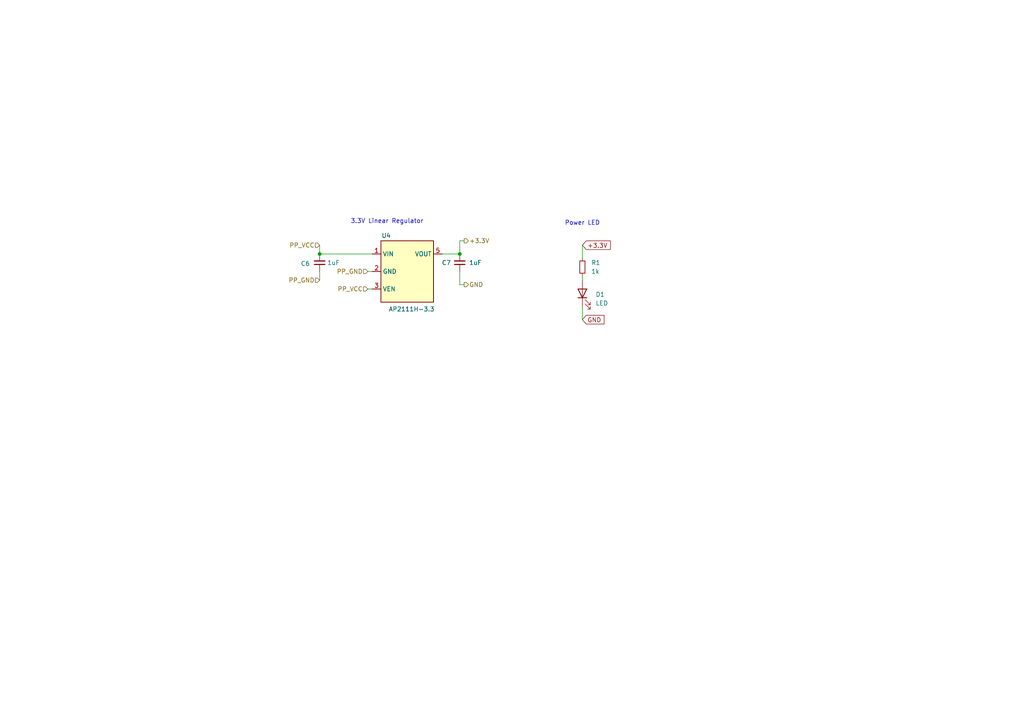
<source format=kicad_sch>
(kicad_sch (version 20231120) (generator "eeschema") (generator_version "8.0")
  (paper "A4")
  (title_block (title "Kitchen_Timer - 3.3V Regulator") (date "2025-01-26") (rev "v01") (comment 2 "creativecommons.org/licences/4.0/") (comment 3 "Licence: CC BY 4.0") (comment 4 "Author: Nicolas Perozzi"))
  (lib_symbols
    (symbol "Device:C_Small" (pin_numbers hide) (pin_names (offset 0.254) hide)
      (property "Reference" "C" (at 0.254 1.778 0))
      (property "Value" "C_Small" (at 0.254 -2.032 0))
      (symbol "C_Small_0_1"
        (polyline (pts (xy -1.524 -0.508) (xy 1.524 -0.508)) (stroke (width 0.3302)))
        (polyline (pts (xy -1.524 0.508) (xy 1.524 0.508)) (stroke (width 0.3048)))
      )
      (symbol "C_Small_1_1"
        (pin passive line (at 0 2.54 270) (length 2.032) (name "~") (number "1"))
        (pin passive line (at 0 -2.54 90) (length 2.032) (name "~") (number "2"))
      )
    )
    (symbol "Device:LED" (pin_numbers hide) (pin_names (offset 1.016) hide)
      (property "Reference" "D" (at 0 2.54 0))
      (property "Value" "LED" (at 0 -2.54 0))
      (symbol "LED_0_1"
        (polyline (pts (xy -1.27 -1.27) (xy -1.27 1.27)) (stroke (width 0.254)))
        (polyline (pts (xy -1.27 0) (xy 1.27 0)))
        (polyline (pts (xy 1.27 -1.27) (xy 1.27 1.27) (xy -1.27 0) (xy 1.27 -1.27)) (stroke (width 0.254)))
        (polyline (pts (xy -3.048 -0.762) (xy -4.572 -2.286) (xy -3.81 -2.286) (xy -4.572 -2.286) (xy -4.572 -1.524)))
        (polyline (pts (xy -1.778 -0.762) (xy -3.302 -2.286) (xy -2.54 -2.286) (xy -3.302 -2.286) (xy -3.302 -1.524)))
      )
      (symbol "LED_1_1"
        (pin passive line (at -3.81 0 0) (length 2.54) (name "K") (number "1"))
        (pin passive line (at 3.81 0 180) (length 2.54) (name "A") (number "2"))
      )
    )
    (symbol "Device:R_Small" (pin_numbers hide) (pin_names (offset 0.254) hide)
      (property "Reference" "R" (at 0.762 0.508 0))
      (property "Value" "R_Small" (at 0.762 -1.016 0))
      (symbol "R_Small_0_1"
        (rectangle (start -0.762 1.778) (end 0.762 -1.778) (stroke (width 0.2032)))
      )
      (symbol "R_Small_1_1"
        (pin passive line (at 0 2.54 270) (length 0.762) (name "~") (number "1"))
        (pin passive line (at 0 -2.54 90) (length 0.762) (name "~") (number "2"))
      )
    )
    (symbol "kitchen_timer-symbols_lib:AP2111H-3.3TRG1"
      (property "Reference" "U4" (at -6.096 10.414 0))
      (property "Value" "AP2111H-3.3" (at 1.27 -10.922 0))
      (symbol "AP2111H-3.3TRG1_0_1"
        (rectangle (start -7.62 8.89) (end 7.62 -8.89) (stroke (width 0.254)) (fill (type background)))
      )
      (symbol "AP2111H-3.3TRG1_1_1"
        (pin power_in line (at -10.16 5.08 0) (length 2.54) (name "VIN") (number "1"))
        (pin power_in line (at -10.16 0 0) (length 2.54) (name "GND") (number "2"))
        (pin input line (at -10.16 -5.08 0) (length 2.54) (name "VEN") (number "3"))
        (pin power_out line (at 10.16 5.08 180) (length 2.54) (name "VOUT") (number "5"))
      )
    )
  )
  (junction (at 92.71 73.66))
  (junction (at 133.35 73.66))
  (wire (pts (xy 106.68 78.74) (xy 107.95 78.74)))
  (wire (pts (xy 168.91 88.9) (xy 168.91 92.71)))
  (wire (pts (xy 92.71 78.74) (xy 92.71 81.28)))
  (wire (pts (xy 168.91 71.12) (xy 168.91 74.93)))
  (wire (pts (xy 168.91 80.01) (xy 168.91 81.28)))
  (wire (pts (xy 133.35 82.55) (xy 133.35 78.74)))
  (wire (pts (xy 92.71 71.12) (xy 92.71 73.66)))
  (wire (pts (xy 134.62 82.55) (xy 133.35 82.55)))
  (wire (pts (xy 128.27 73.66) (xy 133.35 73.66)))
  (wire (pts (xy 106.68 83.82) (xy 107.95 83.82)))
  (wire (pts (xy 134.62 69.85) (xy 133.35 69.85)))
  (wire (pts (xy 107.95 73.66) (xy 92.71 73.66)))
  (wire (pts (xy 133.35 69.85) (xy 133.35 73.66)))
  (text "Power LED" (at 168.91 64.77 0) (effects (font (size 1.27 1.27))))
  (text "3.3V Linear Regulator" (at 112.268 64.262 0) (effects (font (size 1.27 1.27))))
  (global_label "GND" (shape input) (at 168.91 92.71 0) (property "Intersheetrefs" "${INTERSHEET_REFS}" (effects (hide yes))))
  (global_label "+3.3V" (shape input) (at 168.91 71.12 0) (property "Intersheetrefs" "${INTERSHEET_REFS}" (effects (hide yes))))
  (hierarchical_label "PP_GND" (shape input) (at 106.68 78.74 180))
  (hierarchical_label "GND" (shape output) (at 134.62 82.55 0))
  (hierarchical_label "PP_VCC" (shape input) (at 92.71 71.12 180))
  (hierarchical_label "+3.3V" (shape output) (at 134.62 69.85 0))
  (hierarchical_label "PP_VCC" (shape input) (at 106.68 83.82 180))
  (hierarchical_label "PP_GND" (shape input) (at 92.71 81.28 180))
  (symbol (lib_id "Device:R_Small") (at 168.91 77.47 0) (unit 1)
    (property "Reference" "R1" (at 171.45 76.1999 0) (effects (justify left)))
    (property "Value" "1k" (at 171.45 78.7399 0) (effects (justify left)))
    (property "Description" "Resistor, small symbol" (effects (hide yes)))
  )
  (symbol (lib_id "Device:C_Small") (at 92.71 76.2 180) (unit 1)
    (property "Reference" "C6" (at 89.916 76.454 0) (effects (justify left)))
    (property "Value" "1uF" (at 98.552 76.2 0) (effects (justify left)))
    (property "Description" "Unpolarized capacitor, small symbol" (effects (hide yes)))
  )
  (symbol (lib_id "Device:LED") (at 168.91 85.09 90) (unit 1)
    (property "Reference" "D1" (at 172.72 85.4074 90) (effects (justify right)))
    (property "Value" "LED" (at 172.72 87.9474 90) (effects (justify right)))
    (property "Description" "Light emitting diode" (effects (hide yes)))
  )
  (symbol (lib_id "Device:C_Small") (at 133.35 76.2 180) (unit 1)
    (property "Reference" "C7" (at 130.81 76.2 0) (effects (justify left)))
    (property "Value" "1uF" (at 139.7 76.2 0) (effects (justify left)))
    (property "Description" "Unpolarized capacitor, small symbol" (effects (hide yes)))
  )
  (symbol (lib_id "kitchen_timer-symbols_lib:AP2111H-3.3TRG1") (at 118.11 78.74 0) (unit 1)
    (property "Reference" "U4" (at 112.014 68.326 0))
    (property "Value" "AP2111H-3.3" (at 119.38 89.662 0))
    (property "Footprint" "Package_TO_SOT_SMD:SOT-223" (effects (hide yes)))
    (property "Datasheet" "https://jlcpcb.com/api/file/downloadByFileSystemAccessId/8560080384345341952" (effects (hide yes)))
    (property "Description" "65dB@(100Hz,1kHz) 600mA Fixed 3.3V Positive electrode 6V SOT-223 Voltage Regulators - Linear, Low Drop Out (LDO) Regulators ROHS" (effects (hide yes)))
    (property "Supplier Link" "https://jlcpcb.com/partdetail/DiodesIncorporated-AP2111H_33TRG1/C155300" (effects (hide yes)))
    (property "Price/unit" " $0.1080" (effects (hide yes)))
    (property "Part Num" " AP2111H-3.3TRG1" (effects (hide yes)))
    (property "Package" "SOT-223" (effects (hide yes)))
  )
)
</source>
